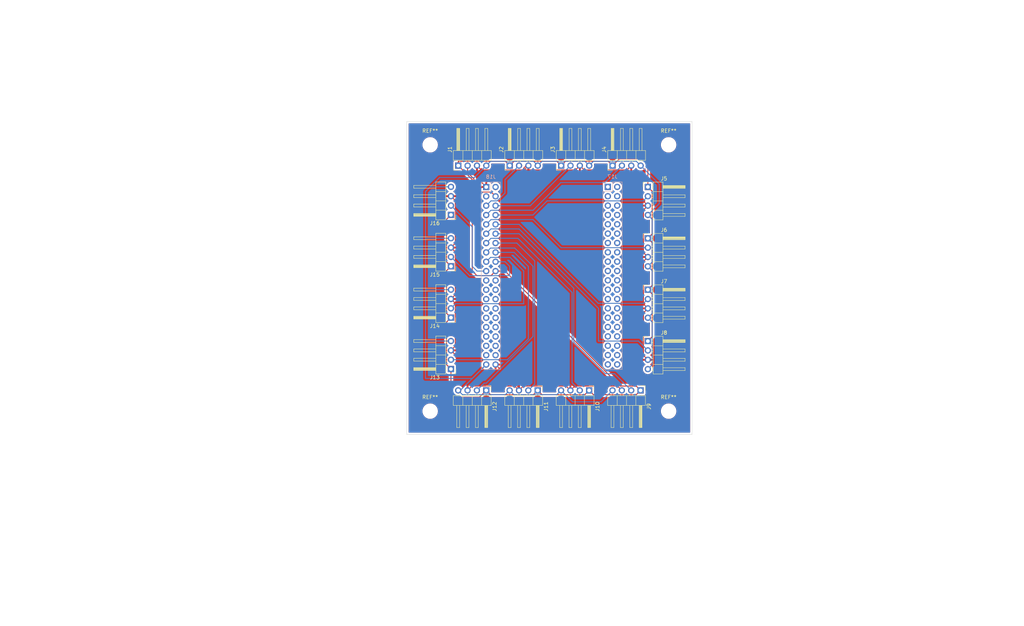
<source format=kicad_pcb>
(kicad_pcb (version 20211014) (generator pcbnew)
  (layers (0 "F.Cu" signal) (31 "B.Cu" signal) (34 "B.Paste" user) (35 "F.Paste" user) (36 "B.SilkS" user "B.Silkscreen") (37 "F.SilkS" user "F.Silkscreen") (38 "B.Mask" user) (39 "F.Mask" user) (44 "Edge.Cuts" user))
  (net 0 "")
  (net 1 "/CLK")
  (net 2 "/D1")
  (net 3 "/GND")
  (net 4 "/3V3")
  (net 5 "/D2")
  (net 6 "/D3")
  (net 7 "/D4")
  (net 8 "/D5")
  (net 9 "/D6")
  (net 10 "/D7")
  (net 11 "/D8")
  (net 12 "/D9")
  (net 13 "/D10")
  (net 14 "/D11")
  (net 15 "/D12")
  (net 16 "/D13")
  (net 17 "/D14")
  (net 18 "/D15")
  (net 19 "/D16")
  (footprint "MountingHole:MountingHole_3.2mm_M3_DIN965" (layer "F.Cu") (at 109.22 12.7)
    (fp_text reference "REF**" (at 0 -3.8) (layer "F.SilkS"))
    (fp_text value "MountingHole_3.2mm_M3_DIN965")
    (pad "" np_thru_hole circle (at 0 0) (size 3.2 3.2) (drill 3.2) (layers *.Cu *.Mask))
  )
  (footprint "MountingHole:MountingHole_3.2mm_M3_DIN965" (layer "F.Cu") (at 109.22 85.09)
    (fp_text reference "REF**" (at 0 -3.8) (layer "F.SilkS"))
    (fp_text value "MountingHole_3.2mm_M3_DIN965")
    (pad "" np_thru_hole circle (at 0 0) (size 3.2 3.2) (drill 3.2) (layers *.Cu *.Mask))
  )
  (footprint "MountingHole:MountingHole_3.2mm_M3_DIN965" (layer "F.Cu") (at 44.45 85.09)
    (fp_text reference "REF**" (at 0 -3.8) (layer "F.SilkS"))
    (fp_text value "MountingHole_3.2mm_M3_DIN965")
    (pad "" np_thru_hole circle (at 0 0) (size 3.2 3.2) (drill 3.2) (layers *.Cu *.Mask))
  )
  (footprint "Connector_PinHeader_2.54mm:PinHeader_1x04_P2.54mm_Horizontal" (layer "F.Cu") (at 101.59 79.445 -90)
    (fp_text reference "J9" (at 4.385 -2.27 90) (layer "F.SilkS"))
    (fp_text value "Conn_01x04")
    (pad "1" thru_hole rect (at 0 0 270) (size 1.7 1.7) (drill 1) (layers *.Cu *.Mask) (net 1 "/CLK"))
    (pad "2" thru_hole oval (at 0 2.54 270) (size 1.7 1.7) (drill 1) (layers *.Cu *.Mask) (net 12 "/D9"))
    (pad "3" thru_hole oval (at 0 5.08 270) (size 1.7 1.7) (drill 1) (layers *.Cu *.Mask) (net 3 "/GND"))
    (pad "4" thru_hole oval (at 0 7.62 270) (size 1.7 1.7) (drill 1) (layers *.Cu *.Mask) (net 4 "/3V3"))
  )
  (footprint "Connector_PinHeader_2.54mm:PinHeader_1x04_P2.54mm_Horizontal" (layer "F.Cu") (at 80.02 18.345 90)
    (fp_text reference "J3" (at 4.385 -2.27 90) (layer "F.SilkS"))
    (fp_text value "Conn_01x04")
    (pad "1" thru_hole rect (at 0 0 90) (size 1.7 1.7) (drill 1) (layers *.Cu *.Mask) (net 1 "/CLK"))
    (pad "2" thru_hole oval (at 0 2.54 90) (size 1.7 1.7) (drill 1) (layers *.Cu *.Mask) (net 6 "/D3"))
    (pad "3" thru_hole oval (at 0 5.08 90) (size 1.7 1.7) (drill 1) (layers *.Cu *.Mask) (net 3 "/GND"))
    (pad "4" thru_hole oval (at 0 7.62 90) (size 1.7 1.7) (drill 1) (layers *.Cu *.Mask) (net 4 "/3V3"))
  )
  (footprint "Connector_PinHeader_2.54mm:PinHeader_1x04_P2.54mm_Horizontal" (layer "F.Cu") (at 103.575 38.11)
    (fp_text reference "J6" (at 4.385 -2.27) (layer "F.SilkS"))
    (fp_text value "Conn_01x04")
    (pad "1" thru_hole rect (at 0 0) (size 1.7 1.7) (drill 1) (layers *.Cu *.Mask) (net 1 "/CLK"))
    (pad "2" thru_hole oval (at 0 2.54) (size 1.7 1.7) (drill 1) (layers *.Cu *.Mask) (net 9 "/D6"))
    (pad "3" thru_hole oval (at 0 5.08) (size 1.7 1.7) (drill 1) (layers *.Cu *.Mask) (net 3 "/GND"))
    (pad "4" thru_hole oval (at 0 7.62) (size 1.7 1.7) (drill 1) (layers *.Cu *.Mask) (net 4 "/3V3"))
  )
  (footprint "Connector_PinHeader_2.54mm:PinHeader_1x04_P2.54mm_Horizontal" (layer "F.Cu") (at 50.095 45.71 180)
    (fp_text reference "J15" (at 4.385 -2.27) (layer "F.SilkS"))
    (fp_text value "Conn_01x04")
    (pad "1" thru_hole rect (at 0 0 180) (size 1.7 1.7) (drill 1) (layers *.Cu *.Mask) (net 1 "/CLK"))
    (pad "2" thru_hole oval (at 0 2.54 180) (size 1.7 1.7) (drill 1) (layers *.Cu *.Mask) (net 18 "/D15"))
    (pad "3" thru_hole oval (at 0 5.08 180) (size 1.7 1.7) (drill 1) (layers *.Cu *.Mask) (net 3 "/GND"))
    (pad "4" thru_hole oval (at 0 7.62 180) (size 1.7 1.7) (drill 1) (layers *.Cu *.Mask) (net 4 "/3V3"))
  )
  (footprint "Connector_PinHeader_2.54mm:PinHeader_1x04_P2.54mm_Horizontal" (layer "F.Cu") (at 103.575 52.08)
    (fp_text reference "J7" (at 4.385 -2.27) (layer "F.SilkS"))
    (fp_text value "Conn_01x04")
    (pad "1" thru_hole rect (at 0 0) (size 1.7 1.7) (drill 1) (layers *.Cu *.Mask) (net 1 "/CLK"))
    (pad "2" thru_hole oval (at 0 2.54) (size 1.7 1.7) (drill 1) (layers *.Cu *.Mask) (net 10 "/D7"))
    (pad "3" thru_hole oval (at 0 5.08) (size 1.7 1.7) (drill 1) (layers *.Cu *.Mask) (net 3 "/GND"))
    (pad "4" thru_hole oval (at 0 7.62) (size 1.7 1.7) (drill 1) (layers *.Cu *.Mask) (net 4 "/3V3"))
  )
  (footprint "Connector_PinHeader_2.54mm:PinHeader_1x04_P2.54mm_Horizontal" (layer "F.Cu") (at 50.095 31.74 180)
    (fp_text reference "J16" (at 4.385 -2.27) (layer "F.SilkS"))
    (fp_text value "Conn_01x04")
    (pad "1" thru_hole rect (at 0 0 180) (size 1.7 1.7) (drill 1) (layers *.Cu *.Mask) (net 1 "/CLK"))
    (pad "2" thru_hole oval (at 0 2.54 180) (size 1.7 1.7) (drill 1) (layers *.Cu *.Mask) (net 19 "/D16"))
    (pad "3" thru_hole oval (at 0 5.08 180) (size 1.7 1.7) (drill 1) (layers *.Cu *.Mask) (net 3 "/GND"))
    (pad "4" thru_hole oval (at 0 7.62 180) (size 1.7 1.7) (drill 1) (layers *.Cu *.Mask) (net 4 "/3V3"))
  )
  (footprint "Connector_PinHeader_2.54mm:PinHeader_1x04_P2.54mm_Horizontal" (layer "F.Cu") (at 50.095 73.65 180)
    (fp_text reference "J13" (at 4.385 -2.27) (layer "F.SilkS"))
    (fp_text value "Conn_01x04")
    (pad "1" thru_hole rect (at 0 0 180) (size 1.7 1.7) (drill 1) (layers *.Cu *.Mask) (net 1 "/CLK"))
    (pad "2" thru_hole oval (at 0 2.54 180) (size 1.7 1.7) (drill 1) (layers *.Cu *.Mask) (net 16 "/D13"))
    (pad "3" thru_hole oval (at 0 5.08 180) (size 1.7 1.7) (drill 1) (layers *.Cu *.Mask) (net 3 "/GND"))
    (pad "4" thru_hole oval (at 0 7.62 180) (size 1.7 1.7) (drill 1) (layers *.Cu *.Mask) (net 4 "/3V3"))
  )
  (footprint "Connector_PinHeader_2.54mm:PinHeader_1x04_P2.54mm_Horizontal" (layer "F.Cu") (at 66.05 18.345 90)
    (fp_text reference "J2" (at 4.385 -2.27 90) (layer "F.SilkS"))
    (fp_text value "Conn_01x04")
    (pad "1" thru_hole rect (at 0 0 90) (size 1.7 1.7) (drill 1) (layers *.Cu *.Mask) (net 1 "/CLK"))
    (pad "2" thru_hole oval (at 0 2.54 90) (size 1.7 1.7) (drill 1) (layers *.Cu *.Mask) (net 5 "/D2"))
    (pad "3" thru_hole oval (at 0 5.08 90) (size 1.7 1.7) (drill 1) (layers *.Cu *.Mask) (net 3 "/GND"))
    (pad "4" thru_hole oval (at 0 7.62 90) (size 1.7 1.7) (drill 1) (layers *.Cu *.Mask) (net 4 "/3V3"))
  )
  (footprint "Connector_PinHeader_2.54mm:PinHeader_1x04_P2.54mm_Horizontal" (layer "F.Cu") (at 50.095 59.68 180)
    (fp_text reference "J14" (at 4.385 -2.27) (layer "F.SilkS"))
    (fp_text value "Conn_01x04")
    (pad "1" thru_hole rect (at 0 0 180) (size 1.7 1.7) (drill 1) (layers *.Cu *.Mask) (net 1 "/CLK"))
    (pad "2" thru_hole oval (at 0 2.54 180) (size 1.7 1.7) (drill 1) (layers *.Cu *.Mask) (net 17 "/D14"))
    (pad "3" thru_hole oval (at 0 5.08 180) (size 1.7 1.7) (drill 1) (layers *.Cu *.Mask) (net 3 "/GND"))
    (pad "4" thru_hole oval (at 0 7.62 180) (size 1.7 1.7) (drill 1) (layers *.Cu *.Mask) (net 4 "/3V3"))
  )
  (footprint "Connector_PinHeader_2.54mm:PinHeader_1x04_P2.54mm_Horizontal" (layer "F.Cu") (at 103.575 66.05)
    (fp_text reference "J8" (at 4.385 -2.27) (layer "F.SilkS"))
    (fp_text value "Conn_01x04")
    (pad "1" thru_hole rect (at 0 0) (size 1.7 1.7) (drill 1) (layers *.Cu *.Mask) (net 1 "/CLK"))
    (pad "2" thru_hole oval (at 0 2.54) (size 1.7 1.7) (drill 1) (layers *.Cu *.Mask) (net 11 "/D8"))
    (pad "3" thru_hole oval (at 0 5.08) (size 1.7 1.7) (drill 1) (layers *.Cu *.Mask) (net 3 "/GND"))
    (pad "4" thru_hole oval (at 0 7.62) (size 1.7 1.7) (drill 1) (layers *.Cu *.Mask) (net 4 "/3V3"))
  )
  (footprint "Connector_PinHeader_2.54mm:PinHeader_1x04_P2.54mm_Horizontal" (layer "F.Cu") (at 103.575 24.14)
    (fp_text reference "J5" (at 4.385 -2.27) (layer "F.SilkS"))
    (fp_text value "Conn_01x04")
    (pad "1" thru_hole rect (at 0 0) (size 1.7 1.7) (drill 1) (layers *.Cu *.Mask) (net 1 "/CLK"))
    (pad "2" thru_hole oval (at 0 2.54) (size 1.7 1.7) (drill 1) (layers *.Cu *.Mask) (net 8 "/D5"))
    (pad "3" thru_hole oval (at 0 5.08) (size 1.7 1.7) (drill 1) (layers *.Cu *.Mask) (net 3 "/GND"))
    (pad "4" thru_hole oval (at 0 7.62) (size 1.7 1.7) (drill 1) (layers *.Cu *.Mask) (net 4 "/3V3"))
  )
  (footprint "Connector_PinHeader_2.54mm:PinHeader_1x04_P2.54mm_Horizontal" (layer "F.Cu") (at 93.99 18.345 90)
    (fp_text reference "J4" (at 4.385 -2.27 90) (layer "F.SilkS"))
    (fp_text value "Conn_01x04")
    (pad "1" thru_hole rect (at 0 0 90) (size 1.7 1.7) (drill 1) (layers *.Cu *.Mask) (net 1 "/CLK"))
    (pad "2" thru_hole oval (at 0 2.54 90) (size 1.7 1.7) (drill 1) (layers *.Cu *.Mask) (net 7 "/D4"))
    (pad "3" thru_hole oval (at 0 5.08 90) (size 1.7 1.7) (drill 1) (layers *.Cu *.Mask) (net 3 "/GND"))
    (pad "4" thru_hole oval (at 0 7.62 90) (size 1.7 1.7) (drill 1) (layers *.Cu *.Mask) (net 4 "/3V3"))
  )
  (footprint "Connector_PinHeader_2.54mm:PinHeader_1x04_P2.54mm_Horizontal" (layer "F.Cu") (at 52.08 18.345 90)
    (fp_text reference "J1" (at 4.385 -2.27 90) (layer "F.SilkS"))
    (fp_text value "Conn_01x04")
    (pad "1" thru_hole rect (at 0 0 90) (size 1.7 1.7) (drill 1) (layers *.Cu *.Mask) (net 1 "/CLK"))
    (pad "2" thru_hole oval (at 0 2.54 90) (size 1.7 1.7) (drill 1) (layers *.Cu *.Mask) (net 2 "/D1"))
    (pad "3" thru_hole oval (at 0 5.08 90) (size 1.7 1.7) (drill 1) (layers *.Cu *.Mask) (net 3 "/GND"))
    (pad "4" thru_hole oval (at 0 7.62 90) (size 1.7 1.7) (drill 1) (layers *.Cu *.Mask) (net 4 "/3V3"))
  )
  (footprint "Connector_PinHeader_2.54mm:PinHeader_1x04_P2.54mm_Horizontal" (layer "F.Cu") (at 87.62 79.445 -90)
    (fp_text reference "J10" (at 4.385 -2.27 90) (layer "F.SilkS"))
    (fp_text value "Conn_01x04")
    (pad "1" thru_hole rect (at 0 0 270) (size 1.7 1.7) (drill 1) (layers *.Cu *.Mask) (net 1 "/CLK"))
    (pad "2" thru_hole oval (at 0 2.54 270) (size 1.7 1.7) (drill 1) (layers *.Cu *.Mask) (net 13 "/D10"))
    (pad "3" thru_hole oval (at 0 5.08 270) (size 1.7 1.7) (drill 1) (layers *.Cu *.Mask) (net 3 "/GND"))
    (pad "4" thru_hole oval (at 0 7.62 270) (size 1.7 1.7) (drill 1) (layers *.Cu *.Mask) (net 4 "/3V3"))
  )
  (footprint "MountingHole:MountingHole_3.2mm_M3_DIN965" (layer "F.Cu") (at 44.45 12.7)
    (fp_text reference "REF**" (at 0 -3.8) (layer "F.SilkS"))
    (fp_text value "MountingHole_3.2mm_M3_DIN965")
    (pad "" np_thru_hole circle (at 0 0) (size 3.2 3.2) (drill 3.2) (layers *.Cu *.Mask))
  )
  (footprint "Connector_PinHeader_2.54mm:PinHeader_1x04_P2.54mm_Horizontal" (layer "F.Cu") (at 73.65 79.445 -90)
    (fp_text reference "J11" (at 4.385 -2.27 90) (layer "F.SilkS"))
    (fp_text value "Conn_01x04")
    (pad "1" thru_hole rect (at 0 0 270) (size 1.7 1.7) (drill 1) (layers *.Cu *.Mask) (net 1 "/CLK"))
    (pad "2" thru_hole oval (at 0 2.54 270) (size 1.7 1.7) (drill 1) (layers *.Cu *.Mask) (net 14 "/D11"))
    (pad "3" thru_hole oval (at 0 5.08 270) (size 1.7 1.7) (drill 1) (layers *.Cu *.Mask) (net 3 "/GND"))
    (pad "4" thru_hole oval (at 0 7.62 270) (size 1.7 1.7) (drill 1) (layers *.Cu *.Mask) (net 4 "/3V3"))
  )
  (footprint "Connector_PinHeader_2.54mm:PinHeader_1x04_P2.54mm_Horizontal" (layer "F.Cu") (at 59.68 79.445 -90)
    (fp_text reference "J12" (at 4.385 -2.27 90) (layer "F.SilkS"))
    (fp_text value "Conn_01x04")
    (pad "1" thru_hole rect (at 0 0 270) (size 1.7 1.7) (drill 1) (layers *.Cu *.Mask) (net 1 "/CLK"))
    (pad "2" thru_hole oval (at 0 2.54 270) (size 1.7 1.7) (drill 1) (layers *.Cu *.Mask) (net 15 "/D12"))
    (pad "3" thru_hole oval (at 0 5.08 270) (size 1.7 1.7) (drill 1) (layers *.Cu *.Mask) (net 3 "/GND"))
    (pad "4" thru_hole oval (at 0 7.62 270) (size 1.7 1.7) (drill 1) (layers *.Cu *.Mask) (net 4 "/3V3"))
  )
  (footprint "Connector_PinSocket_2.54mm:PinSocket_2x20_P2.54mm_Vertical" (layer "B.Cu") (at 59.67 24.16 180)
    (fp_text reference "J18" (at -1.27 2.77) (layer "B.SilkS") (effects (justify mirror)))
    (fp_text value "Conn_02x20_Odd_Even")
    (pad "1" thru_hole rect (at 0 0 180) (size 1.7 1.7) (drill 1) (layers *.Cu *.Mask) (net 3 "/GND"))
    (pad "2" thru_hole oval (at -2.54 0 180) (size 1.7 1.7) (drill 1) (layers *.Cu *.Mask))
    (pad "3" thru_hole oval (at 0 -2.54 180) (size 1.7 1.7) (drill 1) (layers *.Cu *.Mask))
    (pad "4" thru_hole oval (at -2.54 -2.54 180) (size 1.7 1.7) (drill 1) (layers *.Cu *.Mask) (net 2 "/D1"))
    (pad "5" thru_hole oval (at 0 -5.08 180) (size 1.7 1.7) (drill 1) (layers *.Cu *.Mask) (net 5 "/D2"))
    (pad "6" thru_hole oval (at -2.54 -5.08 180) (size 1.7 1.7) (drill 1) (layers *.Cu *.Mask) (net 6 "/D3"))
    (pad "7" thru_hole oval (at 0 -7.62 180) (size 1.7 1.7) (drill 1) (layers *.Cu *.Mask) (net 7 "/D4"))
    (pad "8" thru_hole oval (at -2.54 -7.62 180) (size 1.7 1.7) (drill 1) (layers *.Cu *.Mask) (net 8 "/D5"))
    (pad "9" thru_hole oval (at 0 -10.16 180) (size 1.7 1.7) (drill 1) (layers *.Cu *.Mask) (net 9 "/D6"))
    (pad "10" thru_hole oval (at -2.54 -10.16 180) (size 1.7 1.7) (drill 1) (layers *.Cu *.Mask) (net 10 "/D7"))
    (pad "11" thru_hole oval (at 0 -12.7 180) (size 1.7 1.7) (drill 1) (layers *.Cu *.Mask) (net 11 "/D8"))
    (pad "12" thru_hole oval (at -2.54 -12.7 180) (size 1.7 1.7) (drill 1) (layers *.Cu *.Mask) (net 12 "/D9"))
    (pad "13" thru_hole oval (at 0 -15.24 180) (size 1.7 1.7) (drill 1) (layers *.Cu *.Mask) (net 13 "/D10"))
    (pad "14" thru_hole oval (at -2.54 -15.24 180) (size 1.7 1.7) (drill 1) (layers *.Cu *.Mask) (net 14 "/D11"))
    (pad "15" thru_hole oval (at 0 -17.78 180) (size 1.7 1.7) (drill 1) (layers *.Cu *.Mask) (net 15 "/D12"))
    (pad "16" thru_hole oval (at -2.54 -17.78 180) (size 1.7 1.7) (drill 1) (layers *.Cu *.Mask) (net 16 "/D13"))
    (pad "17" thru_hole oval (at 0 -20.32 180) (size 1.7 1.7) (drill 1) (layers *.Cu *.Mask) (net 17 "/D14"))
    (pad "18" thru_hole oval (at -2.54 -20.32 180) (size 1.7 1.7) (drill 1) (layers *.Cu *.Mask) (net 18 "/D15"))
    (pad "19" thru_hole oval (at 0 -22.86 180) (size 1.7 1.7) (drill 1) (layers *.Cu *.Mask) (net 19 "/D16"))
    (pad "20" thru_hole oval (at -2.54 -22.86 180) (size 1.7 1.7) (drill 1) (layers *.Cu *.Mask) (net 1 "/CLK"))
    (pad "21" thru_hole oval (at 0 -25.4 180) (size 1.7 1.7) (drill 1) (layers *.Cu *.Mask))
    (pad "22" thru_hole oval (at -2.54 -25.4 180) (size 1.7 1.7) (drill 1) (layers *.Cu *.Mask))
    (pad "23" thru_hole oval (at 0 -27.94 180) (size 1.7 1.7) (drill 1) (layers *.Cu *.Mask))
    (pad "24" thru_hole oval (at -2.54 -27.94 180) (size 1.7 1.7) (drill 1) (layers *.Cu *.Mask))
    (pad "25" thru_hole oval (at 0 -30.48 180) (size 1.7 1.7) (drill 1) (layers *.Cu *.Mask))
    (pad "26" thru_hole oval (at -2.54 -30.48 180) (size 1.7 1.7) (drill 1) (layers *.Cu *.Mask))
    (pad "27" thru_hole oval (at 0 -33.02 180) (size 1.7 1.7) (drill 1) (layers *.Cu *.Mask))
    (pad "28" thru_hole oval (at -2.54 -33.02 180) (size 1.7 1.7) (drill 1) (layers *.Cu *.Mask))
    (pad "29" thru_hole oval (at 0 -35.56 180) (size 1.7 1.7) (drill 1) (layers *.Cu *.Mask))
    (pad "30" thru_hole oval (at -2.54 -35.56 180) (size 1.7 1.7) (drill 1) (layers *.Cu *.Mask))
    (pad "31" thru_hole oval (at 0 -38.1 180) (size 1.7 1.7) (drill 1) (layers *.Cu *.Mask))
    (pad "32" thru_hole oval (at -2.54 -38.1 180) (size 1.7 1.7) (drill 1) (layers *.Cu *.Mask))
    (pad "33" thru_hole oval (at 0 -40.64 180) (size 1.7 1.7) (drill 1) (layers *.Cu *.Mask))
    (pad "34" thru_hole oval (at -2.54 -40.64 180) (size 1.7 1.7) (drill 1) (layers *.Cu *.Mask))
    (pad "35" thru_hole oval (at 0 -43.18 180) (size 1.7 1.7) (drill 1) (layers *.Cu *.Mask))
    (pad "36" thru_hole oval (at -2.54 -43.18 180) (size 1.7 1.7) (drill 1) (layers *.Cu *.Mask))
    (pad "37" thru_hole oval (at 0 -45.72 180) (size 1.7 1.7) (drill 1) (layers *.Cu *.Mask))
    (pad "38" thru_hole oval (at -2.54 -45.72 180) (size 1.7 1.7) (drill 1) (layers *.Cu *.Mask))
    (pad "39" thru_hole oval (at 0 -48.26 180) (size 1.7 1.7) (drill 1) (layers *.Cu *.Mask) (net 4 "/3V3"))
    (pad "40" thru_hole oval (at -2.54 -48.26 180) (size 1.7 1.7) (drill 1) (layers *.Cu *.Mask) (net 3 "/GND"))
  )
  (footprint "Connector_PinSocket_2.54mm:PinSocket_2x20_P2.54mm_Vertical" (layer "B.Cu") (at 92.71 24.13 180)
    (fp_text reference "J17" (at -1.27 2.77) (layer "B.SilkS") (effects (justify mirror)))
    (fp_text value "Conn_02x20_Odd_Even")
    (pad "1" thru_hole rect (at 0 0 180) (size 1.7 1.7) (drill 1) (layers *.Cu *.Mask))
    (pad "2" thru_hole oval (at -2.54 0 180) (size 1.7 1.7) (drill 1) (layers *.Cu *.Mask))
    (pad "3" thru_hole oval (at 0 -2.54 180) (size 1.7 1.7) (drill 1) (layers *.Cu *.Mask))
    (pad "4" thru_hole oval (at -2.54 -2.54 180) (size 1.7 1.7) (drill 1) (layers *.Cu *.Mask))
    (pad "5" thru_hole oval (at 0 -5.08 180) (size 1.7 1.7) (drill 1) (layers *.Cu *.Mask))
    (pad "6" thru_hole oval (at -2.54 -5.08 180) (size 1.7 1.7) (drill 1) (layers *.Cu *.Mask))
    (pad "7" thru_hole oval (at 0 -7.62 180) (size 1.7 1.7) (drill 1) (layers *.Cu *.Mask))
    (pad "8" thru_hole oval (at -2.54 -7.62 180) (size 1.7 1.7) (drill 1) (layers *.Cu *.Mask))
    (pad "9" thru_hole oval (at 0 -10.16 180) (size 1.7 1.7) (drill 1) (layers *.Cu *.Mask))
    (pad "10" thru_hole oval (at -2.54 -10.16 180) (size 1.7 1.7) (drill 1) (layers *.Cu *.Mask))
    (pad "11" thru_hole oval (at 0 -12.7 180) (size 1.7 1.7) (drill 1) (layers *.Cu *.Mask))
    (pad "12" thru_hole oval (at -2.54 -12.7 180) (size 1.7 1.7) (drill 1) (layers *.Cu *.Mask))
    (pad "13" thru_hole oval (at 0 -15.24 180) (size 1.7 1.7) (drill 1) (layers *.Cu *.Mask))
    (pad "14" thru_hole oval (at -2.54 -15.24 180) (size 1.7 1.7) (drill 1) (layers *.Cu *.Mask))
    (pad "15" thru_hole oval (at 0 -17.78 180) (size 1.7 1.7) (drill 1) (layers *.Cu *.Mask))
    (pad "16" thru_hole oval (at -2.54 -17.78 180) (size 1.7 1.7) (drill 1) (layers *.Cu *.Mask))
    (pad "17" thru_hole oval (at 0 -20.32 180) (size 1.7 1.7) (drill 1) (layers *.Cu *.Mask))
    (pad "18" thru_hole oval (at -2.54 -20.32 180) (size 1.7 1.7) (drill 1) (layers *.Cu *.Mask))
    (pad "19" thru_hole oval (at 0 -22.86 180) (size 1.7 1.7) (drill 1) (layers *.Cu *.Mask))
    (pad "20" thru_hole oval (at -2.54 -22.86 180) (size 1.7 1.7) (drill 1) (layers *.Cu *.Mask))
    (pad "21" thru_hole oval (at 0 -25.4 180) (size 1.7 1.7) (drill 1) (layers *.Cu *.Mask))
    (pad "22" thru_hole oval (at -2.54 -25.4 180) (size 1.7 1.7) (drill 1) (layers *.Cu *.Mask))
    (pad "23" thru_hole oval (at 0 -27.94 180) (size 1.7 1.7) (drill 1) (layers *.Cu *.Mask))
    (pad "24" thru_hole oval (at -2.54 -27.94 180) (size 1.7 1.7) (drill 1) (layers *.Cu *.Mask))
    (pad "25" thru_hole oval (at 0 -30.48 180) (size 1.7 1.7) (drill 1) (layers *.Cu *.Mask))
    (pad "26" thru_hole oval (at -2.54 -30.48 180) (size 1.7 1.7) (drill 1) (layers *.Cu *.Mask))
    (pad "27" thru_hole oval (at 0 -33.02 180) (size 1.7 1.7) (drill 1) (layers *.Cu *.Mask))
    (pad "28" thru_hole oval (at -2.54 -33.02 180) (size 1.7 1.7) (drill 1) (layers *.Cu *.Mask))
    (pad "29" thru_hole oval (at 0 -35.56 180) (size 1.7 1.7) (drill 1) (layers *.Cu *.Mask))
    (pad "30" thru_hole oval (at -2.54 -35.56 180) (size 1.7 1.7) (drill 1) (layers *.Cu *.Mask))
    (pad "31" thru_hole oval (at 0 -38.1 180) (size 1.7 1.7) (drill 1) (layers *.Cu *.Mask))
    (pad "32" thru_hole oval (at -2.54 -38.1 180) (size 1.7 1.7) (drill 1) (layers *.Cu *.Mask))
    (pad "33" thru_hole oval (at 0 -40.64 180) (size 1.7 1.7) (drill 1) (layers *.Cu *.Mask))
    (pad "34" thru_hole oval (at -2.54 -40.64 180) (size 1.7 1.7) (drill 1) (layers *.Cu *.Mask))
    (pad "35" thru_hole oval (at 0 -43.18 180) (size 1.7 1.7) (drill 1) (layers *.Cu *.Mask))
    (pad "36" thru_hole oval (at -2.54 -43.18 180) (size 1.7 1.7) (drill 1) (layers *.Cu *.Mask))
    (pad "37" thru_hole oval (at 0 -45.72 180) (size 1.7 1.7) (drill 1) (layers *.Cu *.Mask))
    (pad "38" thru_hole oval (at -2.54 -45.72 180) (size 1.7 1.7) (drill 1) (layers *.Cu *.Mask))
    (pad "39" thru_hole oval (at 0 -48.26 180) (size 1.7 1.7) (drill 1) (layers *.Cu *.Mask))
    (pad "40" thru_hole oval (at -2.54 -48.26 180) (size 1.7 1.7) (drill 1) (layers *.Cu *.Mask))
  )
  (gr_line (start 38.1 91.44) (end 38.1 6.35) (layer "Edge.Cuts") (width 0.1))
  (gr_line (start 115.57 6.35) (end 115.57 91.44) (layer "Edge.Cuts") (width 0.1))
  (gr_line (start 38.1 6.35) (end 115.57 6.35) (layer "Edge.Cuts") (width 0.1))
  (gr_line (start 115.57 91.44) (end 38.1 91.44) (layer "Edge.Cuts") (width 0.1))
  (segment (start 52.155 17.17) (end 64.875 17.17) (width 0.25) (layer "F.Cu") (net 1))
  (segment (start 86.445 80.62) (end 87.62 79.445) (width 0.25) (layer "F.Cu") (net 1))
  (segment (start 60.855 80.62) (end 72.475 80.62) (width 0.25) (layer "F.Cu") (net 1))
  (segment (start 78.845 17.17) (end 67.225 17.17) (width 0.25) (layer "F.Cu") (net 1))
  (segment (start 48.92 58.505) (end 50.095 59.68) (width 0.25) (layer "F.Cu") (net 1))
  (segment (start 73.65 79.445) (end 74.825 80.62) (width 0.25) (layer "F.Cu") (net 1))
  (segment (start 57.845 81.28) (end 49.53 81.28) (width 0.25) (layer "F.Cu") (net 1))
  (segment (start 67.225 17.17) (end 66.05 18.345) (width 0.25) (layer "F.Cu") (net 1))
  (segment (start 88.795 80.62) (end 87.62 79.445) (width 0.25) (layer "F.Cu") (net 1))
  (segment (start 103.575 52.08) (end 104.75 50.905) (width 0.25) (layer "F.Cu") (net 1))
  (segment (start 52.08 18.345) (end 55.88 22.145) (width 0.25) (layer "F.Cu") (net 1))
  (segment (start 103.575 24.14) (end 103.575 17.215) (width 0.25) (layer "F.Cu") (net 1))
  (segment (start 50.095 45.71) (end 48.92 46.885) (width 0.25) (layer "F.Cu") (net 1))
  (segment (start 104.75 36.935) (end 104.75 25.315) (width 0.25) (layer "F.Cu") (net 1))
  (segment (start 50.095 31.74) (end 48.92 32.915) (width 0.25) (layer "F.Cu") (net 1))
  (segment (start 101.59 79.445) (end 100.415 80.62) (width 0.25) (layer "F.Cu") (net 1))
  (segment (start 52.08 18.345) (end 52.08 17.245) (width 0.25) (layer "F.Cu") (net 1))
  (segment (start 74.825 80.62) (end 86.445 80.62) (width 0.25) (layer "F.Cu") (net 1))
  (segment (start 48.92 46.885) (end 48.92 58.505) (width 0.25) (layer "F.Cu") (net 1))
  (segment (start 104.75 39.285) (end 103.575 38.11) (width 0.25) (layer "F.Cu") (net 1))
  (segment (start 92.815 17.17) (end 81.195 17.17) (width 0.25) (layer "F.Cu") (net 1))
  (segment (start 93.99 18.345) (end 92.815 17.17) (width 0.25) (layer "F.Cu") (net 1))
  (segment (start 48.92 72.475) (end 50.095 73.65) (width 0.25) (layer "F.Cu") (net 1))
  (segment (start 59.68 79.445) (end 57.845 81.28) (width 0.25) (layer "F.Cu") (net 1))
  (segment (start 101.59 79.445) (end 100.415 78.27) (width 0.25) (layer "F.Cu") (net 1))
  (segment (start 95.825 16.51) (end 93.99 18.345) (width 0.25) (layer "F.Cu") (net 1))
  (segment (start 96.023299 78.27) (end 64.773299 47.02) (width 0.25) (layer "F.Cu") (net 1))
  (segment (start 64.875 17.17) (end 66.05 18.345) (width 0.25) (layer "F.Cu") (net 1))
  (segment (start 57.15 48.26) (end 60.97 48.26) (width 0.25) (layer "F.Cu") (net 1))
  (segment (start 59.68 79.445) (end 60.855 80.62) (width 0.25) (layer "F.Cu") (net 1))
  (segment (start 48.92 60.855) (end 48.92 72.475) (width 0.25) (layer "F.Cu") (net 1))
  (segment (start 102.87 16.51) (end 95.825 16.51) (width 0.25) (layer "F.Cu") (net 1))
  (segment (start 50.095 59.68) (end 48.92 60.855) (width 0.25) (layer "F.Cu") (net 1))
  (segment (start 80.02 18.345) (end 78.845 17.17) (width 0.25) (layer "F.Cu") (net 1))
  (segment (start 49.53 81.28) (end 50.095 80.715) (width 0.25) (layer "F.Cu") (net 1))
  (segment (start 104.75 50.905) (end 104.75 39.285) (width 0.25) (layer "F.Cu") (net 1))
  (segment (start 81.195 17.17) (end 80.02 18.345) (width 0.25) (layer "F.Cu") (net 1))
  (segment (start 100.415 78.27) (end 96.023299 78.27) (width 0.25) (layer "F.Cu") (net 1))
  (segment (start 48.92 32.915) (end 48.92 44.535) (width 0.25) (layer "F.Cu") (net 1))
  (segment (start 103.575 66.05) (end 104.75 64.875) (width 0.25) (layer "F.Cu") (net 1))
  (segment (start 100.415 80.62) (end 88.795 80.62) (width 0.25) (layer "F.Cu") (net 1))
  (segment (start 55.88 22.145) (end 55.88 46.99) (width 0.25) (layer "F.Cu") (net 1))
  (segment (start 52.08 17.245) (end 52.155 17.17) (width 0.25) (layer "F.Cu") (net 1))
  (segment (start 104.75 64.875) (end 104.75 53.255) (width 0.25) (layer "F.Cu") (net 1))
  (segment (start 64.773299 47.02) (end 62.21 47.02) (width 0.25) (layer "F.Cu") (net 1))
  (segment (start 104.75 25.315) (end 103.575 24.14) (width 0.25) (layer "F.Cu") (net 1))
  (segment (start 103.575 38.11) (end 104.75 36.935) (width 0.25) (layer "F.Cu") (net 1))
  (segment (start 50.095 80.715) (end 50.095 73.65) (width 0.25) (layer "F.Cu") (net 1))
  (segment (start 60.97 48.26) (end 62.21 47.02) (width 0.25) (layer "F.Cu") (net 1))
  (segment (start 103.575 17.215) (end 102.87 16.51) (width 0.25) (layer "F.Cu") (net 1))
  (segment (start 48.92 44.535) (end 50.095 45.71) (width 0.25) (layer "F.Cu") (net 1))
  (segment (start 72.475 80.62) (end 73.65 79.445) (width 0.25) (layer "F.Cu") (net 1))
  (segment (start 104.75 53.255) (end 103.575 52.08) (width 0.25) (layer "F.Cu") (net 1))
  (segment (start 55.88 46.99) (end 57.15 48.26) (width 0.25) (layer "F.Cu") (net 1))
  (segment (start 56.329501 21.958811) (end 54.62 20.24931) (width 0.25) (layer "F.Cu") (net 2))
  (segment (start 56.329501 25.525) (end 56.329501 21.958811) (width 0.25) (layer "F.Cu") (net 2))
  (segment (start 62.21 26.7) (end 61.035 25.525) (width 0.25) (layer "F.Cu") (net 2))
  (segment (start 61.035 25.525) (end 56.329501 25.525) (width 0.25) (layer "F.Cu") (net 2))
  (segment (start 54.62 20.24931) (end 54.62 18.345) (width 0.25) (layer "F.Cu") (net 2))
  (segment (start 103.575 43.19) (end 102.4 42.015) (width 0.25) (layer "F.Cu") (net 3))
  (segment (start 102.4 69.955) (end 103.575 71.13) (width 0.25) (layer "F.Cu") (net 3))
  (segment (start 103.575 57.16) (end 102.4 58.335) (width 0.25) (layer "F.Cu") (net 3))
  (segment (start 51.27 67.395) (end 51.27 55.775) (width 0.25) (layer "F.Cu") (net 3))
  (segment (start 51.27 55.775) (end 50.095 54.6) (width 0.25) (layer "F.Cu") (net 3))
  (segment (start 99.07 24.715) (end 103.575 29.22) (width 0.25) (layer "F.Cu") (net 3))
  (segment (start 96.51 79.445) (end 95.335 78.27) (width 0.25) (layer "F.Cu") (net 3))
  (segment (start 103.575 57.16) (end 102.4 55.985) (width 0.25) (layer "F.Cu") (net 3))
  (segment (start 70.32 19.52) (end 69.85 19.05) (width 0.25) (layer "F.Cu") (net 3))
  (segment (start 68.57 79.445) (end 69.745 78.27) (width 0.25) (layer "F.Cu") (net 3))
  (segment (start 95.335 78.27) (end 83.715 78.27) (width 0.25) (layer "F.Cu") (net 3))
  (segment (start 58.335 19.52) (end 57.16 18.345) (width 0.25) (layer "F.Cu") (net 3))
  (segment (start 69.85 19.05) (end 70.555 18.345) (width 0.25) (layer "F.Cu") (net 3))
  (segment (start 70.555 18.345) (end 71.13 18.345) (width 0.25) (layer "F.Cu") (net 3))
  (segment (start 57.16 21.65) (end 59.67 24.16) (width 0.25) (layer "F.Cu") (net 3))
  (segment (start 81.365 78.27) (end 82.54 79.445) (width 0.25) (layer "F.Cu") (net 3))
  (segment (start 102.4 55.985) (end 102.4 44.365) (width 0.25) (layer "F.Cu") (net 3))
  (segment (start 68.57 78.78) (end 68.57 79.445) (width 0.25) (layer "F.Cu") (net 3))
  (segment (start 51.27 41.805) (end 50.095 40.63) (width 0.25) (layer "F.Cu") (net 3))
  (segment (start 99.07 18.345) (end 97.895 19.52) (width 0.25) (layer "F.Cu") (net 3))
  (segment (start 62.21 72.42) (end 68.57 78.78) (width 0.25) (layer "F.Cu") (net 3))
  (segment (start 67.395 78.27) (end 68.57 79.445) (width 0.25) (layer "F.Cu") (net 3))
  (segment (start 97.895 19.52) (end 86.275 19.52) (width 0.25) (layer "F.Cu") (net 3))
  (segment (start 83.715 78.27) (end 82.54 79.445) (width 0.25) (layer "F.Cu") (net 3))
  (segment (start 102.4 44.365) (end 103.575 43.19) (width 0.25) (layer "F.Cu") (net 3))
  (segment (start 50.095 26.66) (end 51.27 27.835) (width 0.25) (layer "F.Cu") (net 3))
  (segment (start 51.27 39.455) (end 50.095 40.63) (width 0.25) (layer "F.Cu") (net 3))
  (segment (start 86.275 19.52) (end 85.1 18.345) (width 0.25) (layer "F.Cu") (net 3))
  (segment (start 69.955 19.52) (end 58.335 19.52) (width 0.25) (layer "F.Cu") (net 3))
  (segment (start 54.6 79.445) (end 55.775 78.27) (width 0.25) (layer "F.Cu") (net 3))
  (segment (start 99.07 18.345) (end 99.07 24.715) (width 0.25) (layer "F.Cu") (net 3))
  (segment (start 51.27 53.425) (end 51.27 41.805) (width 0.25) (layer "F.Cu") (net 3))
  (segment (start 57.16 18.345) (end 57.16 21.65) (width 0.25) (layer "F.Cu") (net 3))
  (segment (start 50.095 68.57) (end 51.27 67.395) (width 0.25) (layer "F.Cu") (net 3))
  (segment (start 50.095 54.6) (end 51.27 53.425) (width 0.25) (layer "F.Cu") (net 3))
  (segment (start 71.13 18.345) (end 69.955 19.52) (width 0.25) (layer "F.Cu") (net 3))
  (segment (start 102.4 58.335) (end 102.4 69.955) (width 0.25) (layer "F.Cu") (net 3))
  (segment (start 85.1 18.345) (end 83.925 19.52) (width 0.25) (layer "F.Cu") (net 3))
  (segment (start 83.925 19.52) (end 70.32 19.52) (width 0.25) (layer "F.Cu") (net 3))
  (segment (start 51.27 27.835) (end 51.27 39.455) (width 0.25) (layer "F.Cu") (net 3))
  (segment (start 54.6 73.075) (end 54.6 79.445) (width 0.25) (layer "F.Cu") (net 3))
  (segment (start 69.745 78.27) (end 81.365 78.27) (width 0.25) (layer "F.Cu") (net 3))
  (segment (start 102.4 42.015) (end 102.4 30.395) (width 0.25) (layer "F.Cu") (net 3))
  (segment (start 102.4 30.395) (end 103.575 29.22) (width 0.25) (layer "F.Cu") (net 3))
  (segment (start 50.095 68.57) (end 54.6 73.075) (width 0.25) (layer "F.Cu") (net 3))
  (segment (start 55.775 78.27) (end 67.395 78.27) (width 0.25) (layer "F.Cu") (net 3))
  (segment (start 90.865 82.55) (end 83.105 82.55) (width 0.25) (layer "B.Cu") (net 4))
  (segment (start 104.75 32.935) (end 103.575 31.76) (width 0.25) (layer "B.Cu") (net 4))
  (segment (start 86.465 17.17) (end 74.845 17.17) (width 0.25) (layer "B.Cu") (net 4))
  (segment (start 43.19 52.06) (end 43.18 52.07) (width 0.25) (layer "B.Cu") (net 4))
  (segment (start 52.06 79.445) (end 53.235 80.62) (width 0.25) (layer "B.Cu") (net 4))
  (segment (start 73.67 18.345) (end 72.495 17.17) (width 0.25) (layer "B.Cu") (net 4))
  (segment (start 59.66 72.42) (end 52.635 79.445) (width 0.25) (layer "B.Cu") (net 4))
  (segment (start 83.105 82.55) (end 80 79.445) (width 0.25) (layer "B.Cu") (net 4))
  (segment (start 50.095 38.09) (end 43.19 38.09) (width 0.25) (layer "B.Cu") (net 4))
  (segment (start 103.575 45.73) (end 104.75 44.555) (width 0.25) (layer "B.Cu") (net 4))
  (segment (start 104.75 58.525) (end 104.75 46.905) (width 0.25) (layer "B.Cu") (net 4))
  (segment (start 74.845 17.17) (end 73.67 18.345) (width 0.25) (layer "B.Cu") (net 4))
  (segment (start 43.18 52.07) (end 43.18 76.2) (width 0.25) (layer "B.Cu") (net 4))
  (segment (start 44.46 24.12) (end 44.45 24.13) (width 0.25) (layer "B.Cu") (net 4))
  (segment (start 101.61 18.345) (end 106.68 23.415) (width 0.25) (layer "B.Cu") (net 4))
  (segment (start 78.825 80.62) (end 80 79.445) (width 0.25) (layer "B.Cu") (net 4))
  (segment (start 43.19 38.09) (end 43.18 38.1) (width 0.25) (layer "B.Cu") (net 4))
  (segment (start 106.68 23.415) (end 106.68 28.655) (width 0.25) (layer "B.Cu") (net 4))
  (segment (start 59.67 72.42) (end 59.66 72.42) (width 0.25) (layer "B.Cu") (net 4))
  (segment (start 66.03 79.445) (end 67.205 80.62) (width 0.25) (layer "B.Cu") (net 4))
  (segment (start 103.575 59.7) (end 104.75 58.525) (width 0.25) (layer "B.Cu") (net 4))
  (segment (start 87.64 18.345) (end 86.465 17.17) (width 0.25) (layer "B.Cu") (net 4))
  (segment (start 43.19 66.03) (end 43.18 66.04) (width 0.25) (layer "B.Cu") (net 4))
  (segment (start 72.495 17.17) (end 60.875 17.17) (width 0.25) (layer "B.Cu") (net 4))
  (segment (start 100.435 17.17) (end 88.815 17.17) (width 0.25) (layer "B.Cu") (net 4))
  (segment (start 43.18 38.1) (end 43.18 52.07) (width 0.25) (layer "B.Cu") (net 4))
  (segment (start 104.75 72.495) (end 104.75 60.875) (width 0.25) (layer "B.Cu") (net 4))
  (segment (start 103.575 73.67) (end 104.75 72.495) (width 0.25) (layer "B.Cu") (net 4))
  (segment (start 104.75 46.905) (end 103.575 45.73) (width 0.25) (layer "B.Cu") (net 4))
  (segment (start 56.455 21.59) (end 46.99 21.59) (width 0.25) (layer "B.Cu") (net 4))
  (segment (start 50.095 66.03) (end 43.19 66.03) (width 0.25) (layer "B.Cu") (net 4))
  (segment (start 104.75 60.875) (end 103.575 59.7) (width 0.25) (layer "B.Cu") (net 4))
  (segment (start 55.89 76.2) (end 59.67 72.42) (width 0.25) (layer "B.Cu") (net 4))
  (segment (start 60.875 17.17) (end 59.7 18.345) (width 0.25) (layer "B.Cu") (net 4))
  (segment (start 64.855 80.62) (end 66.03 79.445) (width 0.25) (layer "B.Cu") (net 4))
  (segment (start 88.815 17.17) (end 87.64 18.345) (width 0.25) (layer "B.Cu") (net 4))
  (segment (start 52.635 79.445) (end 52.06 79.445) (width 0.25) (layer "B.Cu") (net 4))
  (segment (start 53.235 80.62) (end 64.855 80.62) (width 0.25) (layer "B.Cu") (net 4))
  (segment (start 59.7 18.345) (end 56.455 21.59) (width 0.25) (layer "B.Cu") (net 4))
  (segment (start 50.095 52.06) (end 43.19 52.06) (width 0.25) (layer "B.Cu") (net 4))
  (segment (start 46.99 21.59) (end 43.18 25.4) (width 0.25) (layer "B.Cu") (net 4))
  (segment (start 43.18 25.4) (end 43.18 38.1) (width 0.25) (layer "B.Cu") (net 4))
  (segment (start 67.205 80.62) (end 78.825 80.62) (width 0.25) (layer "B.Cu") (net 4))
  (segment (start 104.75 44.555) (end 104.75 32.935) (width 0.25) (layer "B.Cu") (net 4))
  (segment (start 101.61 18.345) (end 100.435 17.17) (width 0.25) (layer "B.Cu") (net 4))
  (segment (start 106.68 28.655) (end 103.575 31.76) (width 0.25) (layer "B.Cu") (net 4))
  (segment (start 43.18 76.2) (end 55.89 76.2) (width 0.25) (layer "B.Cu") (net 4))
  (segment (start 93.97 79.445) (end 90.865 82.55) (width 0.25) (layer "B.Cu") (net 4))
  (segment (start 50.095 24.12) (end 44.46 24.12) (width 0.25) (layer "B.Cu") (net 4))
  (segment (start 60.96 27.95) (end 59.67 29.24) (width 0.25) (layer "B.Cu") (net 5))
  (segment (start 64.77 25.801701) (end 62.631701 27.94) (width 0.25) (layer "B.Cu") (net 5))
  (segment (start 60.96 27.94) (end 60.96 27.95) (width 0.25) (layer "B.Cu") (net 5))
  (segment (start 64.77 22.165) (end 64.77 25.801701) (width 0.25) (layer "B.Cu") (net 5))
  (segment (start 62.631701 27.94) (end 60.96 27.94) (width 0.25) (layer "B.Cu") (net 5))
  (segment (start 68.59 18.345) (end 64.77 22.165) (width 0.25) (layer "B.Cu") (net 5))
  (segment (start 71.665 29.24) (end 62.21 29.24) (width 0.25) (layer "B.Cu") (net 6))
  (segment (start 82.56 18.345) (end 71.665 29.24) (width 0.25) (layer "B.Cu") (net 6))
  (segment (start 91.92 22.955) (end 79.915 22.955) (width 0.25) (layer "B.Cu") (net 7))
  (segment (start 96.53 18.345) (end 91.92 22.955) (width 0.25) (layer "B.Cu") (net 7))
  (segment (start 60.97 30.48) (end 59.67 31.78) (width 0.25) (layer "B.Cu") (net 7))
  (segment (start 79.915 22.955) (end 72.39 30.48) (width 0.25) (layer "B.Cu") (net 7))
  (segment (start 72.39 30.48) (end 60.97 30.48) (width 0.25) (layer "B.Cu") (net 7))
  (segment (start 72.36 31.78) (end 62.21 31.78) (width 0.25) (layer "B.Cu") (net 8))
  (segment (start 102.315 27.94) (end 76.2 27.94) (width 0.25) (layer "B.Cu") (net 8))
  (segment (start 103.575 26.68) (end 102.315 27.94) (width 0.25) (layer "B.Cu") (net 8))
  (segment (start 76.2 27.94) (end 72.36 31.78) (width 0.25) (layer "B.Cu") (net 8))
  (segment (start 60.97 33.02) (end 59.67 34.32) (width 0.25) (layer "B.Cu") (net 9))
  (segment (start 103.575 40.65) (end 80.02 40.65) (width 0.25) (layer "B.Cu") (net 9))
  (segment (start 80.02 40.65) (end 72.39 33.02) (width 0.25) (layer "B.Cu") (net 9))
  (segment (start 72.39 33.02) (end 60.97 33.02) (width 0.25) (layer "B.Cu") (net 9))
  (segment (start 68.61 34.32) (end 62.21 34.32) (width 0.25) (layer "B.Cu") (net 10))
  (segment (start 90.075 55.785) (end 68.61 34.32) (width 0.25) (layer "B.Cu") (net 10))
  (segment (start 102.41 55.785) (end 90.075 55.785) (width 0.25) (layer "B.Cu") (net 10))
  (segment (start 103.575 54.62) (end 102.41 55.785) (width 0.25) (layer "B.Cu") (net 10))
  (segment (start 103.575 68.59) (end 101.025 66.04) (width 0.25) (layer "B.Cu") (net 11))
  (segment (start 68.58 35.56) (end 60.97 35.56) (width 0.25) (layer "B.Cu") (net 11))
  (segment (start 90.17138 66.04) (end 90.17138 57.15138) (width 0.25) (layer "B.Cu") (net 11))
  (segment (start 101.025 66.04) (end 90.17138 66.04) (width 0.25) (layer "B.Cu") (net 11))
  (segment (start 60.97 35.56) (end 59.67 36.86) (width 0.25) (layer "B.Cu") (net 11))
  (segment (start 90.17138 57.15138) (end 68.58 35.56) (width 0.25) (layer "B.Cu") (net 11))
  (segment (start 68.61069 36.86) (end 83.449002 51.698312) (width 0.25) (layer "B.Cu") (net 12))
  (segment (start 92.07569 74.93) (end 94.535 74.93) (width 0.25) (layer "B.Cu") (net 12))
  (segment (start 94.535 74.93) (end 99.05 79.445) (width 0.25) (layer "B.Cu") (net 12))
  (segment (start 83.449002 51.698312) (end 83.449002 66.303312) (width 0.25) (layer "B.Cu") (net 12))
  (segment (start 62.21 36.86) (end 68.61069 36.86) (width 0.25) (layer "B.Cu") (net 12))
  (segment (start 83.449002 66.303312) (end 92.07569 74.93) (width 0.25) (layer "B.Cu") (net 12))
  (segment (start 59.67 39.4) (end 60.97 38.1) (width 0.25) (layer "B.Cu") (net 13))
  (segment (start 82.999501 52.836656) (end 82.999501 77.364501) (width 0.25) (layer "B.Cu") (net 13))
  (segment (start 68.262845 38.1) (end 82.999501 52.836656) (width 0.25) (layer "B.Cu") (net 13))
  (segment (start 82.999501 77.364501) (end 85.08 79.445) (width 0.25) (layer "B.Cu") (net 13))
  (segment (start 60.97 38.1) (end 68.262845 38.1) (width 0.25) (layer "B.Cu") (net 13))
  (segment (start 62.21 39.4) (end 67.975 39.4) (width 0.25) (layer "B.Cu") (net 14))
  (segment (start 72.839501 44.264501) (end 72.839501 77.715499) (width 0.25) (layer "B.Cu") (net 14))
  (segment (start 72.839501 77.715499) (end 71.11 79.445) (width 0.25) (layer "B.Cu") (net 14))
  (segment (start 67.975 39.4) (end 72.839501 44.264501) (width 0.25) (layer "B.Cu") (net 14))
  (segment (start 60.845 40.765) (end 59.67 41.94) (width 0.25) (layer "B.Cu") (net 15))
  (segment (start 57.14 79.445) (end 59.115 77.47) (width 0.25) (layer "B.Cu") (net 15))
  (segment (start 72.39 64.77) (end 72.39 45.72) (width 0.25) (layer "B.Cu") (net 15))
  (segment (start 67.435 40.765) (end 60.845 40.765) (width 0.25) (layer "B.Cu") (net 15))
  (segment (start 59.115 77.47) (end 59.69 77.47) (width 0.25) (layer "B.Cu") (net 15))
  (segment (start 59.69 77.47) (end 72.39 64.77) (width 0.25) (layer "B.Cu") (net 15))
  (segment (start 72.39 45.72) (end 67.435 40.765) (width 0.25) (layer "B.Cu") (net 15))
  (segment (start 71.12 45.78) (end 67.28 41.94) (width 0.25) (layer "B.Cu") (net 16))
  (segment (start 67.28 41.94) (end 62.21 41.94) (width 0.25) (layer "B.Cu") (net 16))
  (segment (start 50.095 71.11) (end 65.41431 71.11) (width 0.25) (layer "B.Cu") (net 16))
  (segment (start 71.12 65.40431) (end 71.12 45.78) (width 0.25) (layer "B.Cu") (net 16))
  (segment (start 65.41431 71.11) (end 71.12 65.40431) (width 0.25) (layer "B.Cu") (net 16))
  (segment (start 50.095 57.14) (end 51.355 55.88) (width 0.25) (layer "B.Cu") (net 17))
  (segment (start 69.85 46.99) (end 66.165 43.305) (width 0.25) (layer "B.Cu") (net 17))
  (segment (start 66.165 43.305) (end 60.845 43.305) (width 0.25) (layer "B.Cu") (net 17))
  (segment (start 60.845 43.305) (end 59.67 44.48) (width 0.25) (layer "B.Cu") (net 17))
  (segment (start 69.85 55.88) (end 69.85 46.99) (width 0.25) (layer "B.Cu") (net 17))
  (segment (start 51.355 55.88) (end 69.85 55.88) (width 0.25) (layer "B.Cu") (net 17))
  (segment (start 64.77 44.45) (end 64.74 44.48) (width 0.25) (layer "B.Cu") (net 18))
  (segment (start 64.74 44.48) (end 62.21 44.48) (width 0.25) (layer "B.Cu") (net 18))
  (segment (start 55.185 48.26) (end 66.04 48.26) (width 0.25) (layer "B.Cu") (net 18))
  (segment (start 66.04 45.72) (end 64.77 44.45) (width 0.25) (layer "B.Cu") (net 18))
  (segment (start 50.095 43.17) (end 55.185 48.26) (width 0.25) (layer "B.Cu") (net 18))
  (segment (start 66.04 48.26) (end 66.04 45.72) (width 0.25) (layer "B.Cu") (net 18))
  (segment (start 55.88 34.985) (end 55.88 45.72) (width 0.25) (layer "B.Cu") (net 19))
  (segment (start 50.095 29.2) (end 55.88 34.985) (width 0.25) (layer "B.Cu") (net 19))
  (segment (start 57.18 47.02) (end 59.67 47.02) (width 0.25) (layer "B.Cu") (net 19))
  (segment (start 55.88 45.72) (end 57.18 47.02) (width 0.25) (layer "B.Cu") (net 19))
  (zone (net 3) (net_name "/GND") (layer "F.Cu") (connect_pads (clearance 0.508)) (min_thickness 0.254) (fill yes (thermal_gap 0.508) (thermal_bridge_width 0.508))
    (polygon (pts (xy 196.85 102.87) (xy 83.82 127) (xy -29.21 118.11) (xy -40.64 12.7) (xy -19.05 -17.78) (xy 119.38 -17.78)))
  )
  (zone (net 0) (net_name "") (layer "B.Cu") (connect_pads (clearance 0.508)) (min_thickness 0.254) (fill yes (thermal_gap 0.508) (thermal_bridge_width 0.508))
    (polygon (pts (xy 152.4 8.89) (xy 205.74 111.76) (xy -33.02 143.51) (xy -72.39 5.08) (xy -19.05 -24.13) (xy 137.16 -26.67)))
  )
)
</source>
